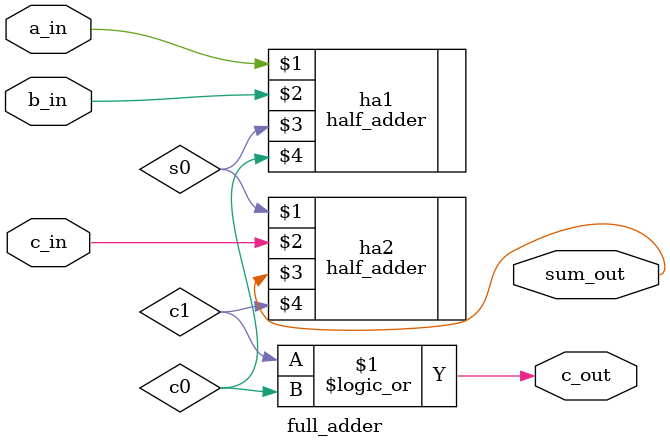
<source format=v>
`timescale 1ns / 1ps
module full_adder(
                    input a_in,
                    input b_in,
                    input c_in,
                    output sum_out,
                    output c_out);

wire s0, c0, c1;

half_adder ha1( a_in,b_in,s0,c0 );
half_adder ha2( s0,c_in,sum_out,c1 );

assign c_out=c1 || c0;
endmodule
</source>
